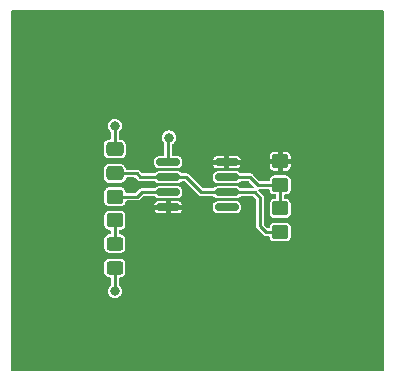
<source format=gbr>
%TF.GenerationSoftware,KiCad,Pcbnew,(6.0.7)*%
%TF.CreationDate,2023-01-27T00:41:06-05:00*%
%TF.ProjectId,GettingToBlinky5.0,47657474-696e-4675-946f-426c696e6b79,rev?*%
%TF.SameCoordinates,Original*%
%TF.FileFunction,Copper,L1,Top*%
%TF.FilePolarity,Positive*%
%FSLAX46Y46*%
G04 Gerber Fmt 4.6, Leading zero omitted, Abs format (unit mm)*
G04 Created by KiCad (PCBNEW (6.0.7)) date 2023-01-27 00:41:06*
%MOMM*%
%LPD*%
G01*
G04 APERTURE LIST*
G04 Aperture macros list*
%AMRoundRect*
0 Rectangle with rounded corners*
0 $1 Rounding radius*
0 $2 $3 $4 $5 $6 $7 $8 $9 X,Y pos of 4 corners*
0 Add a 4 corners polygon primitive as box body*
4,1,4,$2,$3,$4,$5,$6,$7,$8,$9,$2,$3,0*
0 Add four circle primitives for the rounded corners*
1,1,$1+$1,$2,$3*
1,1,$1+$1,$4,$5*
1,1,$1+$1,$6,$7*
1,1,$1+$1,$8,$9*
0 Add four rect primitives between the rounded corners*
20,1,$1+$1,$2,$3,$4,$5,0*
20,1,$1+$1,$4,$5,$6,$7,0*
20,1,$1+$1,$6,$7,$8,$9,0*
20,1,$1+$1,$8,$9,$2,$3,0*%
G04 Aperture macros list end*
%TA.AperFunction,SMDPad,CuDef*%
%ADD10RoundRect,0.150000X-0.825000X-0.150000X0.825000X-0.150000X0.825000X0.150000X-0.825000X0.150000X0*%
%TD*%
%TA.AperFunction,SMDPad,CuDef*%
%ADD11RoundRect,0.250000X-0.450000X0.350000X-0.450000X-0.350000X0.450000X-0.350000X0.450000X0.350000X0*%
%TD*%
%TA.AperFunction,SMDPad,CuDef*%
%ADD12RoundRect,0.250000X0.450000X-0.325000X0.450000X0.325000X-0.450000X0.325000X-0.450000X-0.325000X0*%
%TD*%
%TA.AperFunction,SMDPad,CuDef*%
%ADD13RoundRect,0.250000X0.475000X-0.337500X0.475000X0.337500X-0.475000X0.337500X-0.475000X-0.337500X0*%
%TD*%
%TA.AperFunction,ViaPad*%
%ADD14C,0.800000*%
%TD*%
%TA.AperFunction,Conductor*%
%ADD15C,0.250000*%
%TD*%
G04 APERTURE END LIST*
D10*
%TO.P,U1,1,GND*%
%TO.N,GND*%
X144525000Y-86095000D03*
%TO.P,U1,2,~{TRIG}*%
%TO.N,/THR*%
X144525000Y-87365000D03*
%TO.P,U1,3,OUT*%
%TO.N,Net-(U1-Pad3)*%
X144525000Y-88635000D03*
%TO.P,U1,4,~{RST}*%
%TO.N,/VDD*%
X144525000Y-89905000D03*
%TO.P,U1,5,CTRL*%
%TO.N,unconnected-(U1-Pad5)*%
X149475000Y-89905000D03*
%TO.P,U1,6,THR*%
%TO.N,/THR*%
X149475000Y-88635000D03*
%TO.P,U1,7,DIS*%
%TO.N,/DIS*%
X149475000Y-87365000D03*
%TO.P,U1,8,VDD*%
%TO.N,/VDD*%
X149475000Y-86095000D03*
%TD*%
D11*
%TO.P,R3,1*%
%TO.N,Net-(U1-Pad3)*%
X140000000Y-89000000D03*
%TO.P,R3,2*%
%TO.N,Net-(D1-Pad2)*%
X140000000Y-91000000D03*
%TD*%
%TO.P,R2,1*%
%TO.N,/DIS*%
X154000000Y-90000000D03*
%TO.P,R2,2*%
%TO.N,/THR*%
X154000000Y-92000000D03*
%TD*%
%TO.P,R1,1*%
%TO.N,/VDD*%
X154000000Y-86000000D03*
%TO.P,R1,2*%
%TO.N,/DIS*%
X154000000Y-88000000D03*
%TD*%
D12*
%TO.P,D1,1,K*%
%TO.N,GND*%
X140000000Y-95025000D03*
%TO.P,D1,2,A*%
%TO.N,Net-(D1-Pad2)*%
X140000000Y-92975000D03*
%TD*%
D13*
%TO.P,C1,1*%
%TO.N,/THR*%
X140000000Y-87037500D03*
%TO.P,C1,2*%
%TO.N,GND*%
X140000000Y-84962500D03*
%TD*%
D14*
%TO.N,/VDD*%
X134200000Y-83700000D03*
X159800000Y-83600000D03*
%TO.N,GND*%
X144600000Y-84000000D03*
X140000000Y-97000000D03*
X140000000Y-83000000D03*
%TD*%
D15*
%TO.N,GND*%
X144525000Y-84075000D02*
X144525000Y-86095000D01*
X144600000Y-84000000D02*
X144525000Y-84075000D01*
%TO.N,/THR*%
X147335000Y-88635000D02*
X149475000Y-88635000D01*
X146065000Y-87365000D02*
X147335000Y-88635000D01*
X144525000Y-87365000D02*
X146065000Y-87365000D01*
%TO.N,GND*%
X140000000Y-95025000D02*
X140000000Y-97000000D01*
X140000000Y-84962500D02*
X140000000Y-83000000D01*
%TO.N,/THR*%
X152300000Y-89100000D02*
X151835000Y-88635000D01*
X152300000Y-91500000D02*
X152300000Y-89100000D01*
X154000000Y-92000000D02*
X152800000Y-92000000D01*
X152800000Y-92000000D02*
X152300000Y-91500000D01*
X151835000Y-88635000D02*
X149475000Y-88635000D01*
X142165000Y-87365000D02*
X144300000Y-87365000D01*
X141837500Y-87037500D02*
X142165000Y-87365000D01*
X140000000Y-87037500D02*
X141837500Y-87037500D01*
%TO.N,Net-(U1-Pad3)*%
X142265000Y-88635000D02*
X144300000Y-88635000D01*
X141900000Y-89000000D02*
X142265000Y-88635000D01*
X140000000Y-89000000D02*
X141900000Y-89000000D01*
%TO.N,/DIS*%
X152100000Y-88000000D02*
X154000000Y-88000000D01*
X151465000Y-87365000D02*
X152100000Y-88000000D01*
X149475000Y-87365000D02*
X151465000Y-87365000D01*
X154000000Y-88000000D02*
X154000000Y-90000000D01*
%TO.N,Net-(D1-Pad2)*%
X140000000Y-91000000D02*
X140000000Y-92975000D01*
%TD*%
%TA.AperFunction,Conductor*%
%TO.N,/VDD*%
G36*
X162742539Y-73220185D02*
G01*
X162788294Y-73272989D01*
X162799500Y-73324500D01*
X162799500Y-103675500D01*
X162779815Y-103742539D01*
X162727011Y-103788294D01*
X162675500Y-103799500D01*
X131324500Y-103799500D01*
X131257461Y-103779815D01*
X131211706Y-103727011D01*
X131200500Y-103675500D01*
X131200500Y-95403834D01*
X139099500Y-95403834D01*
X139102481Y-95435369D01*
X139147366Y-95563184D01*
X139227850Y-95672150D01*
X139235306Y-95677657D01*
X139329361Y-95747128D01*
X139329363Y-95747129D01*
X139336816Y-95752634D01*
X139345555Y-95755703D01*
X139345557Y-95755704D01*
X139393242Y-95772449D01*
X139464631Y-95797519D01*
X139472150Y-95798230D01*
X139472151Y-95798230D01*
X139493252Y-95800225D01*
X139493262Y-95800225D01*
X139496166Y-95800500D01*
X139550500Y-95800500D01*
X139617539Y-95820185D01*
X139663294Y-95872989D01*
X139674500Y-95924500D01*
X139674500Y-96431701D01*
X139654815Y-96498740D01*
X139625986Y-96530077D01*
X139571718Y-96571718D01*
X139475464Y-96697159D01*
X139414956Y-96843238D01*
X139394318Y-97000000D01*
X139414956Y-97156762D01*
X139475464Y-97302841D01*
X139571718Y-97428282D01*
X139697159Y-97524536D01*
X139704667Y-97527646D01*
X139835729Y-97581934D01*
X139835731Y-97581935D01*
X139843238Y-97585044D01*
X140000000Y-97605682D01*
X140008059Y-97604621D01*
X140148703Y-97586105D01*
X140156762Y-97585044D01*
X140164269Y-97581935D01*
X140164271Y-97581934D01*
X140295333Y-97527646D01*
X140302841Y-97524536D01*
X140428282Y-97428282D01*
X140524536Y-97302841D01*
X140585044Y-97156762D01*
X140605682Y-97000000D01*
X140585044Y-96843238D01*
X140524536Y-96697159D01*
X140428282Y-96571718D01*
X140374014Y-96530077D01*
X140332811Y-96473649D01*
X140325500Y-96431701D01*
X140325500Y-95924500D01*
X140345185Y-95857461D01*
X140397989Y-95811706D01*
X140449500Y-95800500D01*
X140503834Y-95800500D01*
X140506738Y-95800225D01*
X140506748Y-95800225D01*
X140527849Y-95798230D01*
X140527850Y-95798230D01*
X140535369Y-95797519D01*
X140606758Y-95772449D01*
X140654443Y-95755704D01*
X140654445Y-95755703D01*
X140663184Y-95752634D01*
X140670637Y-95747129D01*
X140670639Y-95747128D01*
X140764694Y-95677657D01*
X140772150Y-95672150D01*
X140852634Y-95563184D01*
X140897519Y-95435369D01*
X140900500Y-95403834D01*
X140900500Y-94646166D01*
X140897519Y-94614631D01*
X140852634Y-94486816D01*
X140772150Y-94377850D01*
X140742304Y-94355805D01*
X140670639Y-94302872D01*
X140670637Y-94302871D01*
X140663184Y-94297366D01*
X140654445Y-94294297D01*
X140654443Y-94294296D01*
X140606758Y-94277551D01*
X140535369Y-94252481D01*
X140527850Y-94251770D01*
X140527849Y-94251770D01*
X140506748Y-94249775D01*
X140506738Y-94249775D01*
X140503834Y-94249500D01*
X139496166Y-94249500D01*
X139493262Y-94249775D01*
X139493252Y-94249775D01*
X139472151Y-94251770D01*
X139472150Y-94251770D01*
X139464631Y-94252481D01*
X139393242Y-94277551D01*
X139345557Y-94294296D01*
X139345555Y-94294297D01*
X139336816Y-94297366D01*
X139329363Y-94302871D01*
X139329361Y-94302872D01*
X139257696Y-94355805D01*
X139227850Y-94377850D01*
X139147366Y-94486816D01*
X139102481Y-94614631D01*
X139099500Y-94646166D01*
X139099500Y-95403834D01*
X131200500Y-95403834D01*
X131200500Y-93353834D01*
X139099500Y-93353834D01*
X139102481Y-93385369D01*
X139147366Y-93513184D01*
X139227850Y-93622150D01*
X139235306Y-93627657D01*
X139329361Y-93697128D01*
X139329363Y-93697129D01*
X139336816Y-93702634D01*
X139345555Y-93705703D01*
X139345557Y-93705704D01*
X139393242Y-93722449D01*
X139464631Y-93747519D01*
X139472150Y-93748230D01*
X139472151Y-93748230D01*
X139493252Y-93750225D01*
X139493262Y-93750225D01*
X139496166Y-93750500D01*
X140503834Y-93750500D01*
X140506738Y-93750225D01*
X140506748Y-93750225D01*
X140527849Y-93748230D01*
X140527850Y-93748230D01*
X140535369Y-93747519D01*
X140606758Y-93722449D01*
X140654443Y-93705704D01*
X140654445Y-93705703D01*
X140663184Y-93702634D01*
X140670637Y-93697129D01*
X140670639Y-93697128D01*
X140764694Y-93627657D01*
X140772150Y-93622150D01*
X140852634Y-93513184D01*
X140897519Y-93385369D01*
X140900500Y-93353834D01*
X140900500Y-92596166D01*
X140897519Y-92564631D01*
X140852634Y-92436816D01*
X140830426Y-92406748D01*
X140777657Y-92335306D01*
X140772150Y-92327850D01*
X140738937Y-92303318D01*
X140670639Y-92252872D01*
X140670637Y-92252871D01*
X140663184Y-92247366D01*
X140654445Y-92244297D01*
X140654443Y-92244296D01*
X140585575Y-92220112D01*
X140535369Y-92202481D01*
X140527850Y-92201770D01*
X140527849Y-92201770D01*
X140506748Y-92199775D01*
X140506738Y-92199775D01*
X140503834Y-92199500D01*
X140449500Y-92199500D01*
X140382461Y-92179815D01*
X140336706Y-92127011D01*
X140325500Y-92075500D01*
X140325500Y-91924500D01*
X140345185Y-91857461D01*
X140397989Y-91811706D01*
X140449500Y-91800500D01*
X140503834Y-91800500D01*
X140506738Y-91800225D01*
X140506748Y-91800225D01*
X140527849Y-91798230D01*
X140527850Y-91798230D01*
X140535369Y-91797519D01*
X140606758Y-91772449D01*
X140654443Y-91755704D01*
X140654445Y-91755703D01*
X140663184Y-91752634D01*
X140670637Y-91747129D01*
X140670639Y-91747128D01*
X140764694Y-91677657D01*
X140772150Y-91672150D01*
X140828273Y-91596166D01*
X140847128Y-91570639D01*
X140847129Y-91570637D01*
X140852634Y-91563184D01*
X140861028Y-91539283D01*
X140893941Y-91445557D01*
X140897519Y-91435369D01*
X140900500Y-91403834D01*
X140900500Y-90596166D01*
X140897519Y-90564631D01*
X140852634Y-90436816D01*
X140830426Y-90406748D01*
X140787365Y-90348450D01*
X140772150Y-90327850D01*
X140742304Y-90305805D01*
X140670639Y-90252872D01*
X140670637Y-90252871D01*
X140663184Y-90247366D01*
X140654445Y-90244297D01*
X140654443Y-90244296D01*
X140606758Y-90227551D01*
X140535369Y-90202481D01*
X140527850Y-90201770D01*
X140527849Y-90201770D01*
X140506748Y-90199775D01*
X140506738Y-90199775D01*
X140503834Y-90199500D01*
X139496166Y-90199500D01*
X139493262Y-90199775D01*
X139493252Y-90199775D01*
X139472151Y-90201770D01*
X139472150Y-90201770D01*
X139464631Y-90202481D01*
X139393242Y-90227551D01*
X139345557Y-90244296D01*
X139345555Y-90244297D01*
X139336816Y-90247366D01*
X139329363Y-90252871D01*
X139329361Y-90252872D01*
X139257696Y-90305805D01*
X139227850Y-90327850D01*
X139212635Y-90348450D01*
X139169575Y-90406748D01*
X139147366Y-90436816D01*
X139102481Y-90564631D01*
X139099500Y-90596166D01*
X139099500Y-91403834D01*
X139102481Y-91435369D01*
X139106059Y-91445557D01*
X139138973Y-91539283D01*
X139147366Y-91563184D01*
X139152871Y-91570637D01*
X139152872Y-91570639D01*
X139171727Y-91596166D01*
X139227850Y-91672150D01*
X139235306Y-91677657D01*
X139329361Y-91747128D01*
X139329363Y-91747129D01*
X139336816Y-91752634D01*
X139345555Y-91755703D01*
X139345557Y-91755704D01*
X139393242Y-91772449D01*
X139464631Y-91797519D01*
X139472150Y-91798230D01*
X139472151Y-91798230D01*
X139493252Y-91800225D01*
X139493262Y-91800225D01*
X139496166Y-91800500D01*
X139550500Y-91800500D01*
X139617539Y-91820185D01*
X139663294Y-91872989D01*
X139674500Y-91924500D01*
X139674500Y-92075500D01*
X139654815Y-92142539D01*
X139602011Y-92188294D01*
X139550500Y-92199500D01*
X139496166Y-92199500D01*
X139493262Y-92199775D01*
X139493252Y-92199775D01*
X139472151Y-92201770D01*
X139472150Y-92201770D01*
X139464631Y-92202481D01*
X139414425Y-92220112D01*
X139345557Y-92244296D01*
X139345555Y-92244297D01*
X139336816Y-92247366D01*
X139329363Y-92252871D01*
X139329361Y-92252872D01*
X139261063Y-92303318D01*
X139227850Y-92327850D01*
X139222343Y-92335306D01*
X139169575Y-92406748D01*
X139147366Y-92436816D01*
X139102481Y-92564631D01*
X139099500Y-92596166D01*
X139099500Y-93353834D01*
X131200500Y-93353834D01*
X131200500Y-90122743D01*
X143355089Y-90122743D01*
X143358723Y-90147434D01*
X143364373Y-90165616D01*
X143406961Y-90252358D01*
X143418734Y-90268803D01*
X143486691Y-90336642D01*
X143503150Y-90348381D01*
X143589977Y-90390823D01*
X143608152Y-90396441D01*
X143662372Y-90404351D01*
X143671320Y-90405000D01*
X144307170Y-90405000D01*
X144322169Y-90400596D01*
X144323356Y-90399226D01*
X144325000Y-90391668D01*
X144325000Y-90387169D01*
X144725000Y-90387169D01*
X144729404Y-90402168D01*
X144730774Y-90403355D01*
X144738332Y-90404999D01*
X145378642Y-90404999D01*
X145387664Y-90404338D01*
X145442426Y-90396278D01*
X145460622Y-90390625D01*
X145547358Y-90348039D01*
X145563803Y-90336266D01*
X145631642Y-90268309D01*
X145643381Y-90251850D01*
X145685826Y-90165017D01*
X145691440Y-90146855D01*
X145694972Y-90122641D01*
X145693032Y-90108944D01*
X145679650Y-90105000D01*
X144742830Y-90105000D01*
X144727831Y-90109404D01*
X144726644Y-90110774D01*
X144725000Y-90118332D01*
X144725000Y-90387169D01*
X144325000Y-90387169D01*
X144325000Y-90122830D01*
X144320596Y-90107831D01*
X144319226Y-90106644D01*
X144311668Y-90105000D01*
X143370307Y-90105000D01*
X143357057Y-90108891D01*
X143355089Y-90122743D01*
X131200500Y-90122743D01*
X131200500Y-90088218D01*
X148299500Y-90088218D01*
X148309642Y-90157112D01*
X148361068Y-90261855D01*
X148368323Y-90269097D01*
X148436021Y-90336677D01*
X148443650Y-90344293D01*
X148452855Y-90348792D01*
X148452857Y-90348794D01*
X148509644Y-90376552D01*
X148548482Y-90395536D01*
X148558006Y-90396925D01*
X148558008Y-90396926D01*
X148612331Y-90404851D01*
X148612336Y-90404851D01*
X148616782Y-90405500D01*
X150333218Y-90405500D01*
X150402112Y-90395358D01*
X150506855Y-90343932D01*
X150589293Y-90261350D01*
X150593792Y-90252145D01*
X150593794Y-90252143D01*
X150636308Y-90165167D01*
X150640536Y-90156518D01*
X150645451Y-90122830D01*
X150649851Y-90092669D01*
X150649851Y-90092664D01*
X150650500Y-90088218D01*
X150650500Y-89721782D01*
X150640358Y-89652888D01*
X150588932Y-89548145D01*
X150514391Y-89473734D01*
X150513602Y-89472946D01*
X150513601Y-89472945D01*
X150506350Y-89465707D01*
X150497145Y-89461208D01*
X150497143Y-89461206D01*
X150418635Y-89422831D01*
X150401518Y-89414464D01*
X150391994Y-89413075D01*
X150391992Y-89413074D01*
X150337669Y-89405149D01*
X150337664Y-89405149D01*
X150333218Y-89404500D01*
X148616782Y-89404500D01*
X148547888Y-89414642D01*
X148443145Y-89466068D01*
X148360707Y-89548650D01*
X148356208Y-89557855D01*
X148356206Y-89557857D01*
X148349219Y-89572151D01*
X148309464Y-89653482D01*
X148308075Y-89663006D01*
X148308074Y-89663008D01*
X148302524Y-89701056D01*
X148299500Y-89721782D01*
X148299500Y-90088218D01*
X131200500Y-90088218D01*
X131200500Y-89403834D01*
X139099500Y-89403834D01*
X139099775Y-89406738D01*
X139099775Y-89406748D01*
X139100923Y-89418888D01*
X139102481Y-89435369D01*
X139115822Y-89473358D01*
X139142085Y-89548145D01*
X139147366Y-89563184D01*
X139152871Y-89570637D01*
X139152872Y-89570639D01*
X139171727Y-89596166D01*
X139227850Y-89672150D01*
X139235306Y-89677657D01*
X139329361Y-89747128D01*
X139329363Y-89747129D01*
X139336816Y-89752634D01*
X139345555Y-89755703D01*
X139345557Y-89755704D01*
X139393242Y-89772449D01*
X139464631Y-89797519D01*
X139472150Y-89798230D01*
X139472151Y-89798230D01*
X139493252Y-89800225D01*
X139493262Y-89800225D01*
X139496166Y-89800500D01*
X140503834Y-89800500D01*
X140506738Y-89800225D01*
X140506748Y-89800225D01*
X140527849Y-89798230D01*
X140527850Y-89798230D01*
X140535369Y-89797519D01*
X140606758Y-89772449D01*
X140654443Y-89755704D01*
X140654445Y-89755703D01*
X140663184Y-89752634D01*
X140670637Y-89747129D01*
X140670639Y-89747128D01*
X140751559Y-89687359D01*
X143355028Y-89687359D01*
X143356968Y-89701056D01*
X143370350Y-89705000D01*
X144307170Y-89705000D01*
X144322169Y-89700596D01*
X144323356Y-89699226D01*
X144325000Y-89691668D01*
X144325000Y-89687170D01*
X144725000Y-89687170D01*
X144729404Y-89702169D01*
X144730774Y-89703356D01*
X144738332Y-89705000D01*
X145679693Y-89705000D01*
X145692943Y-89701109D01*
X145694911Y-89687257D01*
X145691277Y-89662566D01*
X145685627Y-89644384D01*
X145643039Y-89557642D01*
X145631266Y-89541197D01*
X145563309Y-89473358D01*
X145546850Y-89461619D01*
X145460023Y-89419177D01*
X145441848Y-89413559D01*
X145387628Y-89405649D01*
X145378680Y-89405000D01*
X144742830Y-89405000D01*
X144727831Y-89409404D01*
X144726644Y-89410774D01*
X144725000Y-89418332D01*
X144725000Y-89687170D01*
X144325000Y-89687170D01*
X144325000Y-89422831D01*
X144320596Y-89407832D01*
X144319226Y-89406645D01*
X144311668Y-89405001D01*
X143671358Y-89405001D01*
X143662336Y-89405662D01*
X143607574Y-89413722D01*
X143589378Y-89419375D01*
X143502642Y-89461961D01*
X143486197Y-89473734D01*
X143418358Y-89541691D01*
X143406619Y-89558150D01*
X143364174Y-89644983D01*
X143358560Y-89663145D01*
X143355028Y-89687359D01*
X140751559Y-89687359D01*
X140764694Y-89677657D01*
X140772150Y-89672150D01*
X140828273Y-89596166D01*
X140847128Y-89570639D01*
X140847129Y-89570637D01*
X140852634Y-89563184D01*
X140857916Y-89548145D01*
X140884178Y-89473358D01*
X140897519Y-89435369D01*
X140898230Y-89427848D01*
X140899310Y-89422926D01*
X140932904Y-89361663D01*
X140994287Y-89328287D01*
X141020429Y-89325500D01*
X141880373Y-89325500D01*
X141891181Y-89325972D01*
X141928807Y-89329264D01*
X141965310Y-89319483D01*
X141975857Y-89317145D01*
X141989035Y-89314821D01*
X142013045Y-89310588D01*
X142022442Y-89305162D01*
X142025900Y-89303904D01*
X142029209Y-89302361D01*
X142039684Y-89299554D01*
X142070617Y-89277894D01*
X142079743Y-89272080D01*
X142103061Y-89258618D01*
X142103063Y-89258616D01*
X142112455Y-89253194D01*
X142136738Y-89224255D01*
X142144045Y-89216281D01*
X142363507Y-88996819D01*
X142424830Y-88963334D01*
X142451188Y-88960500D01*
X143328359Y-88960500D01*
X143395398Y-88980185D01*
X143415964Y-88996743D01*
X143486395Y-89067051D01*
X143493650Y-89074293D01*
X143502855Y-89078792D01*
X143502857Y-89078794D01*
X143559644Y-89106552D01*
X143598482Y-89125536D01*
X143608006Y-89126925D01*
X143608008Y-89126926D01*
X143662331Y-89134851D01*
X143662336Y-89134851D01*
X143666782Y-89135500D01*
X145383218Y-89135500D01*
X145427778Y-89128940D01*
X145442582Y-89126761D01*
X145452112Y-89125358D01*
X145556855Y-89073932D01*
X145597823Y-89032892D01*
X145632054Y-88998602D01*
X145632055Y-88998601D01*
X145639293Y-88991350D01*
X145643792Y-88982145D01*
X145643794Y-88982143D01*
X145679162Y-88909786D01*
X145690536Y-88886518D01*
X145693928Y-88863268D01*
X145699851Y-88822669D01*
X145699851Y-88822664D01*
X145700500Y-88818218D01*
X145700500Y-88451782D01*
X145693785Y-88406167D01*
X145691761Y-88392418D01*
X145690358Y-88382888D01*
X145638932Y-88278145D01*
X145580798Y-88220112D01*
X145563602Y-88202946D01*
X145563601Y-88202945D01*
X145556350Y-88195707D01*
X145547145Y-88191208D01*
X145547143Y-88191206D01*
X145481546Y-88159142D01*
X145451518Y-88144464D01*
X145441994Y-88143075D01*
X145441992Y-88143074D01*
X145387669Y-88135149D01*
X145387664Y-88135149D01*
X145383218Y-88134500D01*
X143666782Y-88134500D01*
X143597888Y-88144642D01*
X143493145Y-88196068D01*
X143485903Y-88203323D01*
X143416242Y-88273105D01*
X143354948Y-88306643D01*
X143328484Y-88309500D01*
X142284627Y-88309500D01*
X142273819Y-88309028D01*
X142236193Y-88305736D01*
X142199690Y-88315517D01*
X142189143Y-88317855D01*
X142187839Y-88318085D01*
X142151955Y-88324412D01*
X142142558Y-88329838D01*
X142139100Y-88331096D01*
X142135791Y-88332639D01*
X142125316Y-88335446D01*
X142116431Y-88341667D01*
X142116432Y-88341667D01*
X142094383Y-88357106D01*
X142085257Y-88362920D01*
X142061939Y-88376382D01*
X142061937Y-88376384D01*
X142052545Y-88381806D01*
X142045572Y-88390116D01*
X142028263Y-88410744D01*
X142020955Y-88418719D01*
X141801493Y-88638181D01*
X141740170Y-88671666D01*
X141713812Y-88674500D01*
X141020429Y-88674500D01*
X140953390Y-88654815D01*
X140907635Y-88602011D01*
X140899310Y-88577074D01*
X140898230Y-88572151D01*
X140897519Y-88564631D01*
X140872449Y-88493242D01*
X140855704Y-88445557D01*
X140855703Y-88445555D01*
X140852634Y-88436816D01*
X140839268Y-88418719D01*
X140782355Y-88341667D01*
X140772150Y-88327850D01*
X140738937Y-88303318D01*
X140670639Y-88252872D01*
X140670637Y-88252871D01*
X140663184Y-88247366D01*
X140654445Y-88244297D01*
X140654443Y-88244296D01*
X140585575Y-88220112D01*
X140535369Y-88202481D01*
X140527850Y-88201770D01*
X140527849Y-88201770D01*
X140506748Y-88199775D01*
X140506738Y-88199775D01*
X140503834Y-88199500D01*
X139496166Y-88199500D01*
X139493262Y-88199775D01*
X139493252Y-88199775D01*
X139472151Y-88201770D01*
X139472150Y-88201770D01*
X139464631Y-88202481D01*
X139414425Y-88220112D01*
X139345557Y-88244296D01*
X139345555Y-88244297D01*
X139336816Y-88247366D01*
X139329363Y-88252871D01*
X139329361Y-88252872D01*
X139261063Y-88303318D01*
X139227850Y-88327850D01*
X139217645Y-88341667D01*
X139160733Y-88418719D01*
X139147366Y-88436816D01*
X139144297Y-88445555D01*
X139144296Y-88445557D01*
X139127551Y-88493242D01*
X139102481Y-88564631D01*
X139099500Y-88596166D01*
X139099500Y-89403834D01*
X131200500Y-89403834D01*
X131200500Y-87428834D01*
X139074500Y-87428834D01*
X139074775Y-87431738D01*
X139074775Y-87431748D01*
X139076081Y-87445557D01*
X139077481Y-87460369D01*
X139079985Y-87467498D01*
X139116736Y-87572151D01*
X139122366Y-87588184D01*
X139127871Y-87595637D01*
X139127872Y-87595639D01*
X139159410Y-87638337D01*
X139202850Y-87697150D01*
X139210306Y-87702657D01*
X139304361Y-87772128D01*
X139304363Y-87772129D01*
X139311816Y-87777634D01*
X139320555Y-87780703D01*
X139320557Y-87780704D01*
X139366043Y-87796677D01*
X139439631Y-87822519D01*
X139447150Y-87823230D01*
X139447151Y-87823230D01*
X139468252Y-87825225D01*
X139468262Y-87825225D01*
X139471166Y-87825500D01*
X140528834Y-87825500D01*
X140531738Y-87825225D01*
X140531748Y-87825225D01*
X140552849Y-87823230D01*
X140552850Y-87823230D01*
X140560369Y-87822519D01*
X140633957Y-87796677D01*
X140679443Y-87780704D01*
X140679445Y-87780703D01*
X140688184Y-87777634D01*
X140695637Y-87772129D01*
X140695639Y-87772128D01*
X140789694Y-87702657D01*
X140797150Y-87697150D01*
X140840590Y-87638337D01*
X140872128Y-87595639D01*
X140872129Y-87595637D01*
X140877634Y-87588184D01*
X140883265Y-87572151D01*
X140920015Y-87467498D01*
X140922519Y-87460369D01*
X140922711Y-87458343D01*
X140955158Y-87399165D01*
X141016540Y-87365788D01*
X141042686Y-87363000D01*
X141651312Y-87363000D01*
X141718351Y-87382685D01*
X141738993Y-87399319D01*
X141920950Y-87581276D01*
X141928259Y-87589251D01*
X141952545Y-87618194D01*
X141961937Y-87623616D01*
X141961939Y-87623618D01*
X141985257Y-87637080D01*
X141994383Y-87642894D01*
X142025316Y-87664554D01*
X142035791Y-87667361D01*
X142039100Y-87668904D01*
X142042558Y-87670162D01*
X142051955Y-87675588D01*
X142075965Y-87679821D01*
X142089143Y-87682145D01*
X142099690Y-87684483D01*
X142136193Y-87694264D01*
X142173819Y-87690972D01*
X142184627Y-87690500D01*
X143328359Y-87690500D01*
X143395398Y-87710185D01*
X143415964Y-87726743D01*
X143486395Y-87797051D01*
X143493650Y-87804293D01*
X143502855Y-87808792D01*
X143502857Y-87808794D01*
X143559644Y-87836552D01*
X143598482Y-87855536D01*
X143608006Y-87856925D01*
X143608008Y-87856926D01*
X143662331Y-87864851D01*
X143662336Y-87864851D01*
X143666782Y-87865500D01*
X145383218Y-87865500D01*
X145452112Y-87855358D01*
X145556855Y-87803932D01*
X145633757Y-87726895D01*
X145695052Y-87693357D01*
X145721516Y-87690500D01*
X145878812Y-87690500D01*
X145945851Y-87710185D01*
X145966493Y-87726819D01*
X146529488Y-88289815D01*
X147090955Y-88851282D01*
X147098264Y-88859257D01*
X147122545Y-88888194D01*
X147131940Y-88893619D01*
X147131941Y-88893619D01*
X147155261Y-88907083D01*
X147164379Y-88912892D01*
X147195316Y-88934554D01*
X147205791Y-88937361D01*
X147209108Y-88938908D01*
X147212561Y-88940165D01*
X147221955Y-88945588D01*
X147232639Y-88947472D01*
X147259155Y-88952148D01*
X147269712Y-88954489D01*
X147295712Y-88961455D01*
X147295713Y-88961455D01*
X147306193Y-88964263D01*
X147316997Y-88963318D01*
X147317000Y-88963318D01*
X147343811Y-88960972D01*
X147354618Y-88960500D01*
X148278359Y-88960500D01*
X148345398Y-88980185D01*
X148365964Y-88996743D01*
X148436395Y-89067051D01*
X148443650Y-89074293D01*
X148452855Y-89078792D01*
X148452857Y-89078794D01*
X148509644Y-89106552D01*
X148548482Y-89125536D01*
X148558006Y-89126925D01*
X148558008Y-89126926D01*
X148612331Y-89134851D01*
X148612336Y-89134851D01*
X148616782Y-89135500D01*
X150333218Y-89135500D01*
X150377778Y-89128940D01*
X150392582Y-89126761D01*
X150402112Y-89125358D01*
X150506855Y-89073932D01*
X150549861Y-89030851D01*
X150583758Y-88996895D01*
X150645052Y-88963357D01*
X150671516Y-88960500D01*
X151648812Y-88960500D01*
X151715851Y-88980185D01*
X151736493Y-88996819D01*
X151938181Y-89198508D01*
X151971666Y-89259831D01*
X151974500Y-89286189D01*
X151974500Y-91480373D01*
X151974028Y-91491181D01*
X151970736Y-91528807D01*
X151980517Y-91565310D01*
X151982855Y-91575857D01*
X151989412Y-91613045D01*
X151994838Y-91622442D01*
X151996096Y-91625900D01*
X151997639Y-91629209D01*
X152000446Y-91639684D01*
X152006667Y-91648568D01*
X152022106Y-91670617D01*
X152027920Y-91679743D01*
X152046806Y-91712455D01*
X152055116Y-91719428D01*
X152075744Y-91736737D01*
X152083719Y-91744045D01*
X152555950Y-92216276D01*
X152563259Y-92224251D01*
X152587545Y-92253194D01*
X152596937Y-92258616D01*
X152596939Y-92258618D01*
X152620257Y-92272080D01*
X152629383Y-92277894D01*
X152660316Y-92299554D01*
X152670791Y-92302361D01*
X152674100Y-92303904D01*
X152677558Y-92305162D01*
X152686955Y-92310588D01*
X152710965Y-92314821D01*
X152724143Y-92317145D01*
X152734690Y-92319483D01*
X152771193Y-92329264D01*
X152808822Y-92325972D01*
X152819630Y-92325500D01*
X152979571Y-92325500D01*
X153046610Y-92345185D01*
X153092365Y-92397989D01*
X153100690Y-92422926D01*
X153101770Y-92427848D01*
X153102481Y-92435369D01*
X153147366Y-92563184D01*
X153152871Y-92570637D01*
X153152872Y-92570639D01*
X153171727Y-92596166D01*
X153227850Y-92672150D01*
X153235306Y-92677657D01*
X153329361Y-92747128D01*
X153329363Y-92747129D01*
X153336816Y-92752634D01*
X153345555Y-92755703D01*
X153345557Y-92755704D01*
X153393242Y-92772449D01*
X153464631Y-92797519D01*
X153472150Y-92798230D01*
X153472151Y-92798230D01*
X153493252Y-92800225D01*
X153493262Y-92800225D01*
X153496166Y-92800500D01*
X154503834Y-92800500D01*
X154506738Y-92800225D01*
X154506748Y-92800225D01*
X154527849Y-92798230D01*
X154527850Y-92798230D01*
X154535369Y-92797519D01*
X154606758Y-92772449D01*
X154654443Y-92755704D01*
X154654445Y-92755703D01*
X154663184Y-92752634D01*
X154670637Y-92747129D01*
X154670639Y-92747128D01*
X154764694Y-92677657D01*
X154772150Y-92672150D01*
X154828273Y-92596166D01*
X154847128Y-92570639D01*
X154847129Y-92570637D01*
X154852634Y-92563184D01*
X154897519Y-92435369D01*
X154900500Y-92403834D01*
X154900500Y-91596166D01*
X154897519Y-91564631D01*
X154852634Y-91436816D01*
X154830426Y-91406748D01*
X154777657Y-91335306D01*
X154772150Y-91327850D01*
X154742304Y-91305805D01*
X154670639Y-91252872D01*
X154670637Y-91252871D01*
X154663184Y-91247366D01*
X154654445Y-91244297D01*
X154654443Y-91244296D01*
X154606758Y-91227551D01*
X154535369Y-91202481D01*
X154527850Y-91201770D01*
X154527849Y-91201770D01*
X154506748Y-91199775D01*
X154506738Y-91199775D01*
X154503834Y-91199500D01*
X153496166Y-91199500D01*
X153493262Y-91199775D01*
X153493252Y-91199775D01*
X153472151Y-91201770D01*
X153472150Y-91201770D01*
X153464631Y-91202481D01*
X153393242Y-91227551D01*
X153345557Y-91244296D01*
X153345555Y-91244297D01*
X153336816Y-91247366D01*
X153329363Y-91252871D01*
X153329361Y-91252872D01*
X153257696Y-91305805D01*
X153227850Y-91327850D01*
X153222343Y-91335306D01*
X153169575Y-91406748D01*
X153147366Y-91436816D01*
X153144297Y-91445555D01*
X153144296Y-91445557D01*
X153118857Y-91517998D01*
X153102481Y-91564631D01*
X153101805Y-91571786D01*
X153068289Y-91632909D01*
X153006907Y-91666286D01*
X152937224Y-91661179D01*
X152893081Y-91632755D01*
X152661819Y-91401493D01*
X152628334Y-91340170D01*
X152625500Y-91313812D01*
X152625500Y-89119616D01*
X152625972Y-89108808D01*
X152628317Y-89082000D01*
X152629263Y-89071193D01*
X152619489Y-89034712D01*
X152617148Y-89024155D01*
X152612472Y-88997639D01*
X152610588Y-88986955D01*
X152605165Y-88977561D01*
X152603908Y-88974108D01*
X152602361Y-88970791D01*
X152599554Y-88960316D01*
X152577892Y-88929379D01*
X152572083Y-88920261D01*
X152558617Y-88896937D01*
X152558616Y-88896935D01*
X152553194Y-88887545D01*
X152524261Y-88863267D01*
X152516287Y-88855960D01*
X152197507Y-88537180D01*
X152164022Y-88475858D01*
X152169006Y-88406167D01*
X152210877Y-88350233D01*
X152276342Y-88325816D01*
X152285188Y-88325500D01*
X152979571Y-88325500D01*
X153046610Y-88345185D01*
X153092365Y-88397989D01*
X153100690Y-88422926D01*
X153101770Y-88427848D01*
X153102481Y-88435369D01*
X153147366Y-88563184D01*
X153152871Y-88570637D01*
X153152872Y-88570639D01*
X153171727Y-88596166D01*
X153227850Y-88672150D01*
X153235306Y-88677657D01*
X153329361Y-88747128D01*
X153329363Y-88747129D01*
X153336816Y-88752634D01*
X153345555Y-88755703D01*
X153345557Y-88755704D01*
X153393242Y-88772449D01*
X153464631Y-88797519D01*
X153472150Y-88798230D01*
X153472151Y-88798230D01*
X153493252Y-88800225D01*
X153493262Y-88800225D01*
X153496166Y-88800500D01*
X153550500Y-88800500D01*
X153617539Y-88820185D01*
X153663294Y-88872989D01*
X153674500Y-88924500D01*
X153674500Y-89075500D01*
X153654815Y-89142539D01*
X153602011Y-89188294D01*
X153550500Y-89199500D01*
X153496166Y-89199500D01*
X153493262Y-89199775D01*
X153493252Y-89199775D01*
X153472151Y-89201770D01*
X153472150Y-89201770D01*
X153464631Y-89202481D01*
X153393242Y-89227551D01*
X153345557Y-89244296D01*
X153345555Y-89244297D01*
X153336816Y-89247366D01*
X153329363Y-89252871D01*
X153329361Y-89252872D01*
X153261063Y-89303318D01*
X153227850Y-89327850D01*
X153222343Y-89335306D01*
X153157696Y-89422831D01*
X153147366Y-89436816D01*
X153144297Y-89445555D01*
X153144296Y-89445557D01*
X153134678Y-89472946D01*
X153102481Y-89564631D01*
X153099500Y-89596166D01*
X153099500Y-90403834D01*
X153102481Y-90435369D01*
X153147366Y-90563184D01*
X153152871Y-90570637D01*
X153152872Y-90570639D01*
X153171727Y-90596166D01*
X153227850Y-90672150D01*
X153235306Y-90677657D01*
X153329361Y-90747128D01*
X153329363Y-90747129D01*
X153336816Y-90752634D01*
X153345555Y-90755703D01*
X153345557Y-90755704D01*
X153393242Y-90772449D01*
X153464631Y-90797519D01*
X153472150Y-90798230D01*
X153472151Y-90798230D01*
X153493252Y-90800225D01*
X153493262Y-90800225D01*
X153496166Y-90800500D01*
X154503834Y-90800500D01*
X154506738Y-90800225D01*
X154506748Y-90800225D01*
X154527849Y-90798230D01*
X154527850Y-90798230D01*
X154535369Y-90797519D01*
X154606758Y-90772449D01*
X154654443Y-90755704D01*
X154654445Y-90755703D01*
X154663184Y-90752634D01*
X154670637Y-90747129D01*
X154670639Y-90747128D01*
X154764694Y-90677657D01*
X154772150Y-90672150D01*
X154828273Y-90596166D01*
X154847128Y-90570639D01*
X154847129Y-90570637D01*
X154852634Y-90563184D01*
X154897519Y-90435369D01*
X154900500Y-90403834D01*
X154900500Y-89596166D01*
X154897519Y-89564631D01*
X154865322Y-89472946D01*
X154855704Y-89445557D01*
X154855703Y-89445555D01*
X154852634Y-89436816D01*
X154842305Y-89422831D01*
X154777657Y-89335306D01*
X154772150Y-89327850D01*
X154738937Y-89303318D01*
X154670639Y-89252872D01*
X154670637Y-89252871D01*
X154663184Y-89247366D01*
X154654445Y-89244297D01*
X154654443Y-89244296D01*
X154606758Y-89227551D01*
X154535369Y-89202481D01*
X154527850Y-89201770D01*
X154527849Y-89201770D01*
X154506748Y-89199775D01*
X154506738Y-89199775D01*
X154503834Y-89199500D01*
X154449500Y-89199500D01*
X154382461Y-89179815D01*
X154336706Y-89127011D01*
X154325500Y-89075500D01*
X154325500Y-88924500D01*
X154345185Y-88857461D01*
X154397989Y-88811706D01*
X154449500Y-88800500D01*
X154503834Y-88800500D01*
X154506738Y-88800225D01*
X154506748Y-88800225D01*
X154527849Y-88798230D01*
X154527850Y-88798230D01*
X154535369Y-88797519D01*
X154606758Y-88772449D01*
X154654443Y-88755704D01*
X154654445Y-88755703D01*
X154663184Y-88752634D01*
X154670637Y-88747129D01*
X154670639Y-88747128D01*
X154764694Y-88677657D01*
X154772150Y-88672150D01*
X154828273Y-88596166D01*
X154847128Y-88570639D01*
X154847129Y-88570637D01*
X154852634Y-88563184D01*
X154897519Y-88435369D01*
X154900500Y-88403834D01*
X154900500Y-87596166D01*
X154899847Y-87589251D01*
X154898230Y-87572151D01*
X154898230Y-87572150D01*
X154897519Y-87564631D01*
X154860905Y-87460369D01*
X154855704Y-87445557D01*
X154855703Y-87445555D01*
X154852634Y-87436816D01*
X154846739Y-87428834D01*
X154777657Y-87335306D01*
X154772150Y-87327850D01*
X154742304Y-87305805D01*
X154670639Y-87252872D01*
X154670637Y-87252871D01*
X154663184Y-87247366D01*
X154654445Y-87244297D01*
X154654443Y-87244296D01*
X154606758Y-87227551D01*
X154535369Y-87202481D01*
X154527850Y-87201770D01*
X154527849Y-87201770D01*
X154506748Y-87199775D01*
X154506738Y-87199775D01*
X154503834Y-87199500D01*
X153496166Y-87199500D01*
X153493262Y-87199775D01*
X153493252Y-87199775D01*
X153472151Y-87201770D01*
X153472150Y-87201770D01*
X153464631Y-87202481D01*
X153393242Y-87227551D01*
X153345557Y-87244296D01*
X153345555Y-87244297D01*
X153336816Y-87247366D01*
X153329363Y-87252871D01*
X153329361Y-87252872D01*
X153257696Y-87305805D01*
X153227850Y-87327850D01*
X153222343Y-87335306D01*
X153153262Y-87428834D01*
X153147366Y-87436816D01*
X153144297Y-87445555D01*
X153144296Y-87445557D01*
X153139095Y-87460369D01*
X153102481Y-87564631D01*
X153101770Y-87572151D01*
X153100690Y-87577074D01*
X153067096Y-87638337D01*
X153005713Y-87671713D01*
X152979571Y-87674500D01*
X152286188Y-87674500D01*
X152219149Y-87654815D01*
X152198507Y-87638181D01*
X151709050Y-87148724D01*
X151701741Y-87140749D01*
X151684427Y-87120115D01*
X151677455Y-87111806D01*
X151668063Y-87106384D01*
X151668061Y-87106382D01*
X151644743Y-87092920D01*
X151635617Y-87087106D01*
X151613568Y-87071667D01*
X151613569Y-87071667D01*
X151604684Y-87065446D01*
X151594209Y-87062639D01*
X151590900Y-87061096D01*
X151587442Y-87059838D01*
X151578045Y-87054412D01*
X151554035Y-87050179D01*
X151540857Y-87047855D01*
X151530310Y-87045517D01*
X151493807Y-87035736D01*
X151456181Y-87039028D01*
X151445373Y-87039500D01*
X150671641Y-87039500D01*
X150604602Y-87019815D01*
X150584036Y-87003257D01*
X150513605Y-86932949D01*
X150513604Y-86932948D01*
X150506350Y-86925707D01*
X150497145Y-86921208D01*
X150497143Y-86921206D01*
X150440356Y-86893448D01*
X150401518Y-86874464D01*
X150391994Y-86873075D01*
X150391992Y-86873074D01*
X150337669Y-86865149D01*
X150337664Y-86865149D01*
X150333218Y-86864500D01*
X148616782Y-86864500D01*
X148547888Y-86874642D01*
X148443145Y-86926068D01*
X148360707Y-87008650D01*
X148356208Y-87017855D01*
X148356206Y-87017857D01*
X148329904Y-87071667D01*
X148309464Y-87113482D01*
X148308075Y-87123006D01*
X148308074Y-87123008D01*
X148304323Y-87148724D01*
X148299500Y-87181782D01*
X148299500Y-87548218D01*
X148300160Y-87552700D01*
X148306559Y-87596166D01*
X148309642Y-87617112D01*
X148361068Y-87721855D01*
X148368323Y-87729097D01*
X148436021Y-87796677D01*
X148443650Y-87804293D01*
X148452855Y-87808792D01*
X148452857Y-87808794D01*
X148509644Y-87836552D01*
X148548482Y-87855536D01*
X148558006Y-87856925D01*
X148558008Y-87856926D01*
X148612331Y-87864851D01*
X148612336Y-87864851D01*
X148616782Y-87865500D01*
X150333218Y-87865500D01*
X150402112Y-87855358D01*
X150506855Y-87803932D01*
X150583757Y-87726895D01*
X150645052Y-87693357D01*
X150671516Y-87690500D01*
X151278812Y-87690500D01*
X151345851Y-87710185D01*
X151366493Y-87726819D01*
X151737493Y-88097819D01*
X151770978Y-88159142D01*
X151765994Y-88228834D01*
X151724122Y-88284767D01*
X151658658Y-88309184D01*
X151649812Y-88309500D01*
X150671641Y-88309500D01*
X150604602Y-88289815D01*
X150584036Y-88273257D01*
X150513605Y-88202949D01*
X150513604Y-88202948D01*
X150506350Y-88195707D01*
X150497145Y-88191208D01*
X150497143Y-88191206D01*
X150431546Y-88159142D01*
X150401518Y-88144464D01*
X150391994Y-88143075D01*
X150391992Y-88143074D01*
X150337669Y-88135149D01*
X150337664Y-88135149D01*
X150333218Y-88134500D01*
X148616782Y-88134500D01*
X148547888Y-88144642D01*
X148443145Y-88196068D01*
X148435903Y-88203323D01*
X148366242Y-88273105D01*
X148304948Y-88306643D01*
X148278484Y-88309500D01*
X147521189Y-88309500D01*
X147454150Y-88289815D01*
X147433508Y-88273181D01*
X146309050Y-87148724D01*
X146301741Y-87140749D01*
X146284427Y-87120115D01*
X146277455Y-87111806D01*
X146268063Y-87106384D01*
X146268061Y-87106382D01*
X146244743Y-87092920D01*
X146235617Y-87087106D01*
X146213568Y-87071667D01*
X146213569Y-87071667D01*
X146204684Y-87065446D01*
X146194209Y-87062639D01*
X146190900Y-87061096D01*
X146187442Y-87059838D01*
X146178045Y-87054412D01*
X146154035Y-87050179D01*
X146140857Y-87047855D01*
X146130310Y-87045517D01*
X146093807Y-87035736D01*
X146056181Y-87039028D01*
X146045373Y-87039500D01*
X145721641Y-87039500D01*
X145654602Y-87019815D01*
X145634036Y-87003257D01*
X145563605Y-86932949D01*
X145563604Y-86932948D01*
X145556350Y-86925707D01*
X145547145Y-86921208D01*
X145547143Y-86921206D01*
X145490356Y-86893448D01*
X145451518Y-86874464D01*
X145441994Y-86873075D01*
X145441992Y-86873074D01*
X145387669Y-86865149D01*
X145387664Y-86865149D01*
X145383218Y-86864500D01*
X143666782Y-86864500D01*
X143597888Y-86874642D01*
X143493145Y-86926068D01*
X143485903Y-86933323D01*
X143416242Y-87003105D01*
X143354948Y-87036643D01*
X143328484Y-87039500D01*
X142351188Y-87039500D01*
X142284149Y-87019815D01*
X142263507Y-87003181D01*
X142081550Y-86821224D01*
X142074241Y-86813249D01*
X142056927Y-86792615D01*
X142049955Y-86784306D01*
X142040563Y-86778884D01*
X142040561Y-86778882D01*
X142017243Y-86765420D01*
X142008117Y-86759606D01*
X141986068Y-86744167D01*
X141986069Y-86744167D01*
X141977184Y-86737946D01*
X141966709Y-86735139D01*
X141963400Y-86733596D01*
X141959942Y-86732338D01*
X141950545Y-86726912D01*
X141926535Y-86722679D01*
X141913357Y-86720355D01*
X141902810Y-86718017D01*
X141866307Y-86708236D01*
X141828681Y-86711528D01*
X141817873Y-86712000D01*
X141042686Y-86712000D01*
X140975647Y-86692315D01*
X140929892Y-86639511D01*
X140922887Y-86618528D01*
X140922519Y-86614631D01*
X140894180Y-86533932D01*
X140880704Y-86495557D01*
X140880703Y-86495555D01*
X140877634Y-86486816D01*
X140857161Y-86459097D01*
X140802657Y-86385306D01*
X140797150Y-86377850D01*
X140742632Y-86337582D01*
X140695639Y-86302872D01*
X140695637Y-86302871D01*
X140688184Y-86297366D01*
X140679445Y-86294297D01*
X140679443Y-86294296D01*
X140633658Y-86278218D01*
X143349500Y-86278218D01*
X143359642Y-86347112D01*
X143411068Y-86451855D01*
X143418323Y-86459097D01*
X143486021Y-86526677D01*
X143493650Y-86534293D01*
X143502855Y-86538792D01*
X143502857Y-86538794D01*
X143534379Y-86554202D01*
X143598482Y-86585536D01*
X143608006Y-86586925D01*
X143608008Y-86586926D01*
X143662331Y-86594851D01*
X143662336Y-86594851D01*
X143666782Y-86595500D01*
X145383218Y-86595500D01*
X145452112Y-86585358D01*
X145556855Y-86533932D01*
X145639293Y-86451350D01*
X145643792Y-86442145D01*
X145643794Y-86442143D01*
X145686308Y-86355167D01*
X145690536Y-86346518D01*
X145695451Y-86312830D01*
X145695464Y-86312743D01*
X148305089Y-86312743D01*
X148308723Y-86337434D01*
X148314373Y-86355616D01*
X148356961Y-86442358D01*
X148368734Y-86458803D01*
X148436691Y-86526642D01*
X148453150Y-86538381D01*
X148539977Y-86580823D01*
X148558152Y-86586441D01*
X148612372Y-86594351D01*
X148621320Y-86595000D01*
X149257170Y-86595000D01*
X149272169Y-86590596D01*
X149273356Y-86589226D01*
X149275000Y-86581668D01*
X149275000Y-86577169D01*
X149675000Y-86577169D01*
X149679404Y-86592168D01*
X149680774Y-86593355D01*
X149688332Y-86594999D01*
X150328642Y-86594999D01*
X150337664Y-86594338D01*
X150392426Y-86586278D01*
X150410622Y-86580625D01*
X150497358Y-86538039D01*
X150513803Y-86526266D01*
X150581642Y-86458309D01*
X150593381Y-86441850D01*
X150613419Y-86400857D01*
X153100001Y-86400857D01*
X153100275Y-86406670D01*
X153102267Y-86427748D01*
X153105482Y-86442406D01*
X153144742Y-86554202D01*
X153153320Y-86570402D01*
X153222703Y-86664339D01*
X153235661Y-86677297D01*
X153329598Y-86746680D01*
X153345798Y-86755258D01*
X153457597Y-86794518D01*
X153472248Y-86797733D01*
X153493315Y-86799725D01*
X153499160Y-86800000D01*
X153782170Y-86800000D01*
X153797169Y-86795596D01*
X153798356Y-86794226D01*
X153800000Y-86786668D01*
X153800000Y-86782169D01*
X154200000Y-86782169D01*
X154204404Y-86797168D01*
X154205774Y-86798355D01*
X154213332Y-86799999D01*
X154500857Y-86799999D01*
X154506670Y-86799725D01*
X154527748Y-86797733D01*
X154542406Y-86794518D01*
X154654202Y-86755258D01*
X154670402Y-86746680D01*
X154764339Y-86677297D01*
X154777297Y-86664339D01*
X154846680Y-86570402D01*
X154855258Y-86554202D01*
X154894518Y-86442403D01*
X154897733Y-86427752D01*
X154899725Y-86406685D01*
X154900000Y-86400840D01*
X154900000Y-86217830D01*
X154895596Y-86202831D01*
X154894226Y-86201644D01*
X154886668Y-86200000D01*
X154217830Y-86200000D01*
X154202831Y-86204404D01*
X154201644Y-86205774D01*
X154200000Y-86213332D01*
X154200000Y-86782169D01*
X153800000Y-86782169D01*
X153800000Y-86217830D01*
X153795596Y-86202831D01*
X153794226Y-86201644D01*
X153786668Y-86200000D01*
X153117831Y-86200000D01*
X153102832Y-86204404D01*
X153101645Y-86205774D01*
X153100001Y-86213332D01*
X153100001Y-86400857D01*
X150613419Y-86400857D01*
X150635826Y-86355017D01*
X150641440Y-86336855D01*
X150644972Y-86312641D01*
X150643032Y-86298944D01*
X150629650Y-86295000D01*
X149692830Y-86295000D01*
X149677831Y-86299404D01*
X149676644Y-86300774D01*
X149675000Y-86308332D01*
X149675000Y-86577169D01*
X149275000Y-86577169D01*
X149275000Y-86312830D01*
X149270596Y-86297831D01*
X149269226Y-86296644D01*
X149261668Y-86295000D01*
X148320307Y-86295000D01*
X148307057Y-86298891D01*
X148305089Y-86312743D01*
X145695464Y-86312743D01*
X145699851Y-86282669D01*
X145699851Y-86282664D01*
X145700500Y-86278218D01*
X145700500Y-85911782D01*
X145695433Y-85877359D01*
X148305028Y-85877359D01*
X148306968Y-85891056D01*
X148320350Y-85895000D01*
X149257170Y-85895000D01*
X149272169Y-85890596D01*
X149273356Y-85889226D01*
X149275000Y-85881668D01*
X149275000Y-85877170D01*
X149675000Y-85877170D01*
X149679404Y-85892169D01*
X149680774Y-85893356D01*
X149688332Y-85895000D01*
X150629693Y-85895000D01*
X150642943Y-85891109D01*
X150644911Y-85877257D01*
X150641277Y-85852566D01*
X150635627Y-85834384D01*
X150609991Y-85782170D01*
X153100000Y-85782170D01*
X153104404Y-85797169D01*
X153105774Y-85798356D01*
X153113332Y-85800000D01*
X153782170Y-85800000D01*
X153797169Y-85795596D01*
X153798356Y-85794226D01*
X153800000Y-85786668D01*
X153800000Y-85782170D01*
X154200000Y-85782170D01*
X154204404Y-85797169D01*
X154205774Y-85798356D01*
X154213332Y-85800000D01*
X154882169Y-85800000D01*
X154897168Y-85795596D01*
X154898355Y-85794226D01*
X154899999Y-85786668D01*
X154899999Y-85599143D01*
X154899725Y-85593330D01*
X154897733Y-85572252D01*
X154894518Y-85557594D01*
X154855258Y-85445798D01*
X154846680Y-85429598D01*
X154777297Y-85335661D01*
X154764339Y-85322703D01*
X154670402Y-85253320D01*
X154654202Y-85244742D01*
X154542403Y-85205482D01*
X154527752Y-85202267D01*
X154506685Y-85200275D01*
X154500840Y-85200000D01*
X154217830Y-85200000D01*
X154202831Y-85204404D01*
X154201644Y-85205774D01*
X154200000Y-85213332D01*
X154200000Y-85782170D01*
X153800000Y-85782170D01*
X153800000Y-85217831D01*
X153795596Y-85202832D01*
X153794226Y-85201645D01*
X153786668Y-85200001D01*
X153499143Y-85200001D01*
X153493330Y-85200275D01*
X153472252Y-85202267D01*
X153457594Y-85205482D01*
X153345798Y-85244742D01*
X153329598Y-85253320D01*
X153235661Y-85322703D01*
X153222703Y-85335661D01*
X153153320Y-85429598D01*
X153144742Y-85445798D01*
X153105482Y-85557597D01*
X153102267Y-85572248D01*
X153100275Y-85593315D01*
X153100000Y-85599160D01*
X153100000Y-85782170D01*
X150609991Y-85782170D01*
X150593039Y-85747642D01*
X150581266Y-85731197D01*
X150513309Y-85663358D01*
X150496850Y-85651619D01*
X150410023Y-85609177D01*
X150391848Y-85603559D01*
X150337628Y-85595649D01*
X150328680Y-85595000D01*
X149692830Y-85595000D01*
X149677831Y-85599404D01*
X149676644Y-85600774D01*
X149675000Y-85608332D01*
X149675000Y-85877170D01*
X149275000Y-85877170D01*
X149275000Y-85612831D01*
X149270596Y-85597832D01*
X149269226Y-85596645D01*
X149261668Y-85595001D01*
X148621358Y-85595001D01*
X148612336Y-85595662D01*
X148557574Y-85603722D01*
X148539378Y-85609375D01*
X148452642Y-85651961D01*
X148436197Y-85663734D01*
X148368358Y-85731691D01*
X148356619Y-85748150D01*
X148314174Y-85834983D01*
X148308560Y-85853145D01*
X148305028Y-85877359D01*
X145695433Y-85877359D01*
X145690358Y-85842888D01*
X145638932Y-85738145D01*
X145564391Y-85663734D01*
X145563602Y-85662946D01*
X145563601Y-85662945D01*
X145556350Y-85655707D01*
X145547145Y-85651208D01*
X145547143Y-85651206D01*
X145468635Y-85612831D01*
X145451518Y-85604464D01*
X145441994Y-85603075D01*
X145441992Y-85603074D01*
X145387669Y-85595149D01*
X145387664Y-85595149D01*
X145383218Y-85594500D01*
X144974500Y-85594500D01*
X144907461Y-85574815D01*
X144861706Y-85522011D01*
X144850500Y-85470500D01*
X144850500Y-84625121D01*
X144870185Y-84558082D01*
X144903910Y-84525929D01*
X144902841Y-84524536D01*
X145021835Y-84433229D01*
X145028282Y-84428282D01*
X145124536Y-84302841D01*
X145176462Y-84177481D01*
X145181934Y-84164271D01*
X145181935Y-84164269D01*
X145185044Y-84156762D01*
X145205682Y-84000000D01*
X145185044Y-83843238D01*
X145124536Y-83697159D01*
X145028282Y-83571718D01*
X144902841Y-83475464D01*
X144788934Y-83428282D01*
X144764271Y-83418066D01*
X144764269Y-83418065D01*
X144756762Y-83414956D01*
X144600000Y-83394318D01*
X144443238Y-83414956D01*
X144435731Y-83418065D01*
X144435729Y-83418066D01*
X144411066Y-83428282D01*
X144297159Y-83475464D01*
X144171718Y-83571718D01*
X144075464Y-83697159D01*
X144014956Y-83843238D01*
X143994318Y-84000000D01*
X144014956Y-84156762D01*
X144018065Y-84164269D01*
X144018066Y-84164271D01*
X144023538Y-84177481D01*
X144075464Y-84302841D01*
X144080411Y-84309288D01*
X144171718Y-84428282D01*
X144169564Y-84429935D01*
X144196666Y-84479568D01*
X144199500Y-84505926D01*
X144199500Y-85470500D01*
X144179815Y-85537539D01*
X144127011Y-85583294D01*
X144075500Y-85594500D01*
X143666782Y-85594500D01*
X143597888Y-85604642D01*
X143493145Y-85656068D01*
X143452177Y-85697108D01*
X143443596Y-85705704D01*
X143410707Y-85738650D01*
X143406208Y-85747855D01*
X143406206Y-85747857D01*
X143389434Y-85782170D01*
X143359464Y-85843482D01*
X143358075Y-85853006D01*
X143358074Y-85853008D01*
X143352524Y-85891056D01*
X143349500Y-85911782D01*
X143349500Y-86278218D01*
X140633658Y-86278218D01*
X140620755Y-86273687D01*
X140560369Y-86252481D01*
X140552850Y-86251770D01*
X140552849Y-86251770D01*
X140531748Y-86249775D01*
X140531738Y-86249775D01*
X140528834Y-86249500D01*
X139471166Y-86249500D01*
X139468262Y-86249775D01*
X139468252Y-86249775D01*
X139447151Y-86251770D01*
X139447150Y-86251770D01*
X139439631Y-86252481D01*
X139379245Y-86273687D01*
X139320557Y-86294296D01*
X139320555Y-86294297D01*
X139311816Y-86297366D01*
X139304363Y-86302871D01*
X139304361Y-86302872D01*
X139257368Y-86337582D01*
X139202850Y-86377850D01*
X139197343Y-86385306D01*
X139142840Y-86459097D01*
X139122366Y-86486816D01*
X139119297Y-86495555D01*
X139119296Y-86495557D01*
X139105820Y-86533932D01*
X139077481Y-86614631D01*
X139074500Y-86646166D01*
X139074500Y-87428834D01*
X131200500Y-87428834D01*
X131200500Y-85353834D01*
X139074500Y-85353834D01*
X139077481Y-85385369D01*
X139093013Y-85429598D01*
X139107377Y-85470500D01*
X139122366Y-85513184D01*
X139127871Y-85520637D01*
X139127872Y-85520639D01*
X139167888Y-85574815D01*
X139202850Y-85622150D01*
X139210306Y-85627657D01*
X139304361Y-85697128D01*
X139304363Y-85697129D01*
X139311816Y-85702634D01*
X139320555Y-85705703D01*
X139320557Y-85705704D01*
X139368242Y-85722449D01*
X139439631Y-85747519D01*
X139447150Y-85748230D01*
X139447151Y-85748230D01*
X139468252Y-85750225D01*
X139468262Y-85750225D01*
X139471166Y-85750500D01*
X140528834Y-85750500D01*
X140531738Y-85750225D01*
X140531748Y-85750225D01*
X140552849Y-85748230D01*
X140552850Y-85748230D01*
X140560369Y-85747519D01*
X140631758Y-85722449D01*
X140679443Y-85705704D01*
X140679445Y-85705703D01*
X140688184Y-85702634D01*
X140695637Y-85697129D01*
X140695639Y-85697128D01*
X140789694Y-85627657D01*
X140797150Y-85622150D01*
X140832112Y-85574815D01*
X140872128Y-85520639D01*
X140872129Y-85520637D01*
X140877634Y-85513184D01*
X140892624Y-85470500D01*
X140906987Y-85429598D01*
X140922519Y-85385369D01*
X140925500Y-85353834D01*
X140925500Y-84571166D01*
X140922519Y-84539631D01*
X140883997Y-84429935D01*
X140880704Y-84420557D01*
X140880703Y-84420555D01*
X140877634Y-84411816D01*
X140797150Y-84302850D01*
X140767304Y-84280805D01*
X140695639Y-84227872D01*
X140695637Y-84227871D01*
X140688184Y-84222366D01*
X140679445Y-84219297D01*
X140679443Y-84219296D01*
X140631758Y-84202551D01*
X140560369Y-84177481D01*
X140552850Y-84176770D01*
X140552849Y-84176770D01*
X140531748Y-84174775D01*
X140531738Y-84174775D01*
X140528834Y-84174500D01*
X140449500Y-84174500D01*
X140382461Y-84154815D01*
X140336706Y-84102011D01*
X140325500Y-84050500D01*
X140325500Y-83568299D01*
X140345185Y-83501260D01*
X140374014Y-83469923D01*
X140421835Y-83433229D01*
X140428282Y-83428282D01*
X140524536Y-83302841D01*
X140585044Y-83156762D01*
X140605682Y-83000000D01*
X140585044Y-82843238D01*
X140524536Y-82697159D01*
X140428282Y-82571718D01*
X140302841Y-82475464D01*
X140295333Y-82472354D01*
X140164271Y-82418066D01*
X140164269Y-82418065D01*
X140156762Y-82414956D01*
X140000000Y-82394318D01*
X139843238Y-82414956D01*
X139835731Y-82418065D01*
X139835729Y-82418066D01*
X139704667Y-82472354D01*
X139697159Y-82475464D01*
X139571718Y-82571718D01*
X139475464Y-82697159D01*
X139414956Y-82843238D01*
X139394318Y-83000000D01*
X139414956Y-83156762D01*
X139475464Y-83302841D01*
X139571718Y-83428282D01*
X139578165Y-83433229D01*
X139625986Y-83469923D01*
X139667189Y-83526351D01*
X139674500Y-83568299D01*
X139674500Y-84050500D01*
X139654815Y-84117539D01*
X139602011Y-84163294D01*
X139550500Y-84174500D01*
X139471166Y-84174500D01*
X139468262Y-84174775D01*
X139468252Y-84174775D01*
X139447151Y-84176770D01*
X139447150Y-84176770D01*
X139439631Y-84177481D01*
X139368242Y-84202551D01*
X139320557Y-84219296D01*
X139320555Y-84219297D01*
X139311816Y-84222366D01*
X139304363Y-84227871D01*
X139304361Y-84227872D01*
X139232696Y-84280805D01*
X139202850Y-84302850D01*
X139122366Y-84411816D01*
X139119297Y-84420555D01*
X139119296Y-84420557D01*
X139116003Y-84429935D01*
X139077481Y-84539631D01*
X139074500Y-84571166D01*
X139074500Y-85353834D01*
X131200500Y-85353834D01*
X131200500Y-73324500D01*
X131220185Y-73257461D01*
X131272989Y-73211706D01*
X131324500Y-73200500D01*
X162675500Y-73200500D01*
X162742539Y-73220185D01*
G37*
%TD.AperFunction*%
%TD*%
M02*

</source>
